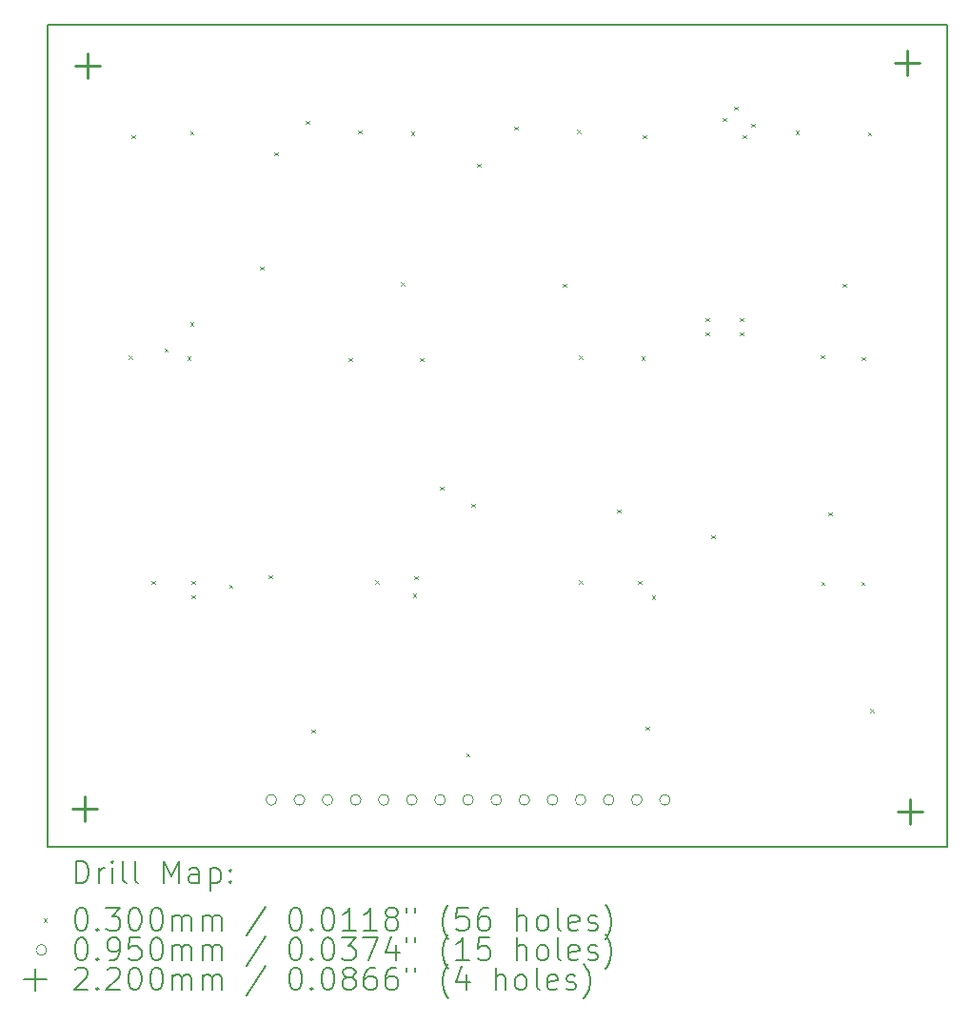
<source format=gbr>
%TF.GenerationSoftware,KiCad,Pcbnew,8.0.1*%
%TF.CreationDate,2024-09-23T21:28:50+02:00*%
%TF.ProjectId,Macro keyboard,4d616372-6f20-46b6-9579-626f6172642e,rev?*%
%TF.SameCoordinates,Original*%
%TF.FileFunction,Drillmap*%
%TF.FilePolarity,Positive*%
%FSLAX45Y45*%
G04 Gerber Fmt 4.5, Leading zero omitted, Abs format (unit mm)*
G04 Created by KiCad (PCBNEW 8.0.1) date 2024-09-23 21:28:50*
%MOMM*%
%LPD*%
G01*
G04 APERTURE LIST*
%ADD10C,0.200000*%
%ADD11C,0.100000*%
%ADD12C,0.220000*%
G04 APERTURE END LIST*
D10*
X18775000Y-3425000D02*
X26775000Y-3425000D01*
X26775000Y-10732600D01*
X18775000Y-10732600D01*
X18775000Y-3425000D01*
D11*
X19494300Y-6362500D02*
X19524300Y-6392500D01*
X19524300Y-6362500D02*
X19494300Y-6392500D01*
X19517600Y-4404600D02*
X19547600Y-4434600D01*
X19547600Y-4404600D02*
X19517600Y-4434600D01*
X19695400Y-8367000D02*
X19725400Y-8397000D01*
X19725400Y-8367000D02*
X19695400Y-8397000D01*
X19810000Y-6300000D02*
X19840000Y-6330000D01*
X19840000Y-6300000D02*
X19810000Y-6330000D01*
X20016000Y-6370000D02*
X20046000Y-6400000D01*
X20046000Y-6370000D02*
X20016000Y-6400000D01*
X20040000Y-6066600D02*
X20070000Y-6096600D01*
X20070000Y-6066600D02*
X20040000Y-6096600D01*
X20041800Y-4370000D02*
X20071800Y-4400000D01*
X20071800Y-4370000D02*
X20041800Y-4400000D01*
X20051000Y-8367000D02*
X20081000Y-8397000D01*
X20081000Y-8367000D02*
X20051000Y-8397000D01*
X20051000Y-8494000D02*
X20081000Y-8524000D01*
X20081000Y-8494000D02*
X20051000Y-8524000D01*
X20386900Y-8398100D02*
X20416900Y-8428100D01*
X20416900Y-8398100D02*
X20386900Y-8428100D01*
X20660600Y-5573000D02*
X20690600Y-5603000D01*
X20690600Y-5573000D02*
X20660600Y-5603000D01*
X20736800Y-8316200D02*
X20766800Y-8346200D01*
X20766800Y-8316200D02*
X20736800Y-8346200D01*
X20787600Y-4557000D02*
X20817600Y-4587000D01*
X20817600Y-4557000D02*
X20787600Y-4587000D01*
X21067000Y-4277600D02*
X21097000Y-4307600D01*
X21097000Y-4277600D02*
X21067000Y-4307600D01*
X21117800Y-9687800D02*
X21147800Y-9717800D01*
X21147800Y-9687800D02*
X21117800Y-9717800D01*
X21448000Y-6385800D02*
X21478000Y-6415800D01*
X21478000Y-6385800D02*
X21448000Y-6415800D01*
X21532900Y-4362500D02*
X21562900Y-4392500D01*
X21562900Y-4362500D02*
X21532900Y-4392500D01*
X21685000Y-8360000D02*
X21715000Y-8390000D01*
X21715000Y-8360000D02*
X21685000Y-8390000D01*
X21915000Y-5710000D02*
X21945000Y-5740000D01*
X21945000Y-5710000D02*
X21915000Y-5740000D01*
X22002600Y-4375000D02*
X22032600Y-4405000D01*
X22032600Y-4375000D02*
X22002600Y-4405000D01*
X22019500Y-8481300D02*
X22049500Y-8511300D01*
X22049500Y-8481300D02*
X22019500Y-8511300D01*
X22035000Y-8325000D02*
X22065000Y-8355000D01*
X22065000Y-8325000D02*
X22035000Y-8355000D01*
X22083000Y-6385800D02*
X22113000Y-6415800D01*
X22113000Y-6385800D02*
X22083000Y-6415800D01*
X22260800Y-7528800D02*
X22290800Y-7558800D01*
X22290800Y-7528800D02*
X22260800Y-7558800D01*
X22497400Y-9899000D02*
X22527400Y-9929000D01*
X22527400Y-9899000D02*
X22497400Y-9929000D01*
X22540200Y-7681200D02*
X22570200Y-7711200D01*
X22570200Y-7681200D02*
X22540200Y-7711200D01*
X22591000Y-4658600D02*
X22621000Y-4688600D01*
X22621000Y-4658600D02*
X22591000Y-4688600D01*
X22921200Y-4328400D02*
X22951200Y-4358400D01*
X22951200Y-4328400D02*
X22921200Y-4358400D01*
X23353000Y-5725400D02*
X23383000Y-5755400D01*
X23383000Y-5725400D02*
X23353000Y-5755400D01*
X23483700Y-4357500D02*
X23513700Y-4387500D01*
X23513700Y-4357500D02*
X23483700Y-4387500D01*
X23500000Y-6365000D02*
X23530000Y-6395000D01*
X23530000Y-6365000D02*
X23500000Y-6395000D01*
X23500000Y-8360000D02*
X23530000Y-8390000D01*
X23530000Y-8360000D02*
X23500000Y-8390000D01*
X23835600Y-7732000D02*
X23865600Y-7762000D01*
X23865600Y-7732000D02*
X23835600Y-7762000D01*
X24025000Y-8365000D02*
X24055000Y-8395000D01*
X24055000Y-8365000D02*
X24025000Y-8395000D01*
X24055000Y-6370000D02*
X24085000Y-6400000D01*
X24085000Y-6370000D02*
X24055000Y-6400000D01*
X24064200Y-4404600D02*
X24094200Y-4434600D01*
X24094200Y-4404600D02*
X24064200Y-4434600D01*
X24089600Y-9662400D02*
X24119600Y-9692400D01*
X24119600Y-9662400D02*
X24089600Y-9692400D01*
X24145000Y-8495000D02*
X24175000Y-8525000D01*
X24175000Y-8495000D02*
X24145000Y-8525000D01*
X24623000Y-6030200D02*
X24653000Y-6060200D01*
X24653000Y-6030200D02*
X24623000Y-6060200D01*
X24623000Y-6157200D02*
X24653000Y-6187200D01*
X24653000Y-6157200D02*
X24623000Y-6187200D01*
X24673800Y-7960600D02*
X24703800Y-7990600D01*
X24703800Y-7960600D02*
X24673800Y-7990600D01*
X24775400Y-4252200D02*
X24805400Y-4282200D01*
X24805400Y-4252200D02*
X24775400Y-4282200D01*
X24877000Y-4150600D02*
X24907000Y-4180600D01*
X24907000Y-4150600D02*
X24877000Y-4180600D01*
X24927800Y-6030200D02*
X24957800Y-6060200D01*
X24957800Y-6030200D02*
X24927800Y-6060200D01*
X24927800Y-6157200D02*
X24957800Y-6187200D01*
X24957800Y-6157200D02*
X24927800Y-6187200D01*
X24953200Y-4404600D02*
X24983200Y-4434600D01*
X24983200Y-4404600D02*
X24953200Y-4434600D01*
X25029400Y-4303000D02*
X25059400Y-4333000D01*
X25059400Y-4303000D02*
X25029400Y-4333000D01*
X25424600Y-4365000D02*
X25454600Y-4395000D01*
X25454600Y-4365000D02*
X25424600Y-4395000D01*
X25650000Y-6360000D02*
X25680000Y-6390000D01*
X25680000Y-6360000D02*
X25650000Y-6390000D01*
X25655000Y-8375000D02*
X25685000Y-8405000D01*
X25685000Y-8375000D02*
X25655000Y-8405000D01*
X25715200Y-7757400D02*
X25745200Y-7787400D01*
X25745200Y-7757400D02*
X25715200Y-7787400D01*
X25842200Y-5725400D02*
X25872200Y-5755400D01*
X25872200Y-5725400D02*
X25842200Y-5755400D01*
X26010000Y-8375000D02*
X26040000Y-8405000D01*
X26040000Y-8375000D02*
X26010000Y-8405000D01*
X26015000Y-6375000D02*
X26045000Y-6405000D01*
X26045000Y-6375000D02*
X26015000Y-6405000D01*
X26070000Y-4380000D02*
X26100000Y-4410000D01*
X26100000Y-4380000D02*
X26070000Y-4410000D01*
X26087500Y-9505000D02*
X26117500Y-9535000D01*
X26117500Y-9505000D02*
X26087500Y-9535000D01*
X20809900Y-10312400D02*
G75*
G02*
X20714900Y-10312400I-47500J0D01*
G01*
X20714900Y-10312400D02*
G75*
G02*
X20809900Y-10312400I47500J0D01*
G01*
X21059900Y-10312400D02*
G75*
G02*
X20964900Y-10312400I-47500J0D01*
G01*
X20964900Y-10312400D02*
G75*
G02*
X21059900Y-10312400I47500J0D01*
G01*
X21309900Y-10312400D02*
G75*
G02*
X21214900Y-10312400I-47500J0D01*
G01*
X21214900Y-10312400D02*
G75*
G02*
X21309900Y-10312400I47500J0D01*
G01*
X21559900Y-10312400D02*
G75*
G02*
X21464900Y-10312400I-47500J0D01*
G01*
X21464900Y-10312400D02*
G75*
G02*
X21559900Y-10312400I47500J0D01*
G01*
X21809900Y-10312400D02*
G75*
G02*
X21714900Y-10312400I-47500J0D01*
G01*
X21714900Y-10312400D02*
G75*
G02*
X21809900Y-10312400I47500J0D01*
G01*
X22059900Y-10312400D02*
G75*
G02*
X21964900Y-10312400I-47500J0D01*
G01*
X21964900Y-10312400D02*
G75*
G02*
X22059900Y-10312400I47500J0D01*
G01*
X22309900Y-10312400D02*
G75*
G02*
X22214900Y-10312400I-47500J0D01*
G01*
X22214900Y-10312400D02*
G75*
G02*
X22309900Y-10312400I47500J0D01*
G01*
X22559900Y-10312400D02*
G75*
G02*
X22464900Y-10312400I-47500J0D01*
G01*
X22464900Y-10312400D02*
G75*
G02*
X22559900Y-10312400I47500J0D01*
G01*
X22809900Y-10312400D02*
G75*
G02*
X22714900Y-10312400I-47500J0D01*
G01*
X22714900Y-10312400D02*
G75*
G02*
X22809900Y-10312400I47500J0D01*
G01*
X23059900Y-10312400D02*
G75*
G02*
X22964900Y-10312400I-47500J0D01*
G01*
X22964900Y-10312400D02*
G75*
G02*
X23059900Y-10312400I47500J0D01*
G01*
X23309900Y-10312400D02*
G75*
G02*
X23214900Y-10312400I-47500J0D01*
G01*
X23214900Y-10312400D02*
G75*
G02*
X23309900Y-10312400I47500J0D01*
G01*
X23559900Y-10312400D02*
G75*
G02*
X23464900Y-10312400I-47500J0D01*
G01*
X23464900Y-10312400D02*
G75*
G02*
X23559900Y-10312400I47500J0D01*
G01*
X23809900Y-10312400D02*
G75*
G02*
X23714900Y-10312400I-47500J0D01*
G01*
X23714900Y-10312400D02*
G75*
G02*
X23809900Y-10312400I47500J0D01*
G01*
X24059900Y-10312400D02*
G75*
G02*
X23964900Y-10312400I-47500J0D01*
G01*
X23964900Y-10312400D02*
G75*
G02*
X24059900Y-10312400I47500J0D01*
G01*
X24309900Y-10312400D02*
G75*
G02*
X24214900Y-10312400I-47500J0D01*
G01*
X24214900Y-10312400D02*
G75*
G02*
X24309900Y-10312400I47500J0D01*
G01*
D12*
X19100800Y-10278600D02*
X19100800Y-10498600D01*
X18990800Y-10388600D02*
X19210800Y-10388600D01*
X19126200Y-3674600D02*
X19126200Y-3894600D01*
X19016200Y-3784600D02*
X19236200Y-3784600D01*
X26416000Y-3649200D02*
X26416000Y-3869200D01*
X26306000Y-3759200D02*
X26526000Y-3759200D01*
X26441400Y-10304000D02*
X26441400Y-10524000D01*
X26331400Y-10414000D02*
X26551400Y-10414000D01*
D10*
X19025777Y-11054084D02*
X19025777Y-10854084D01*
X19025777Y-10854084D02*
X19073396Y-10854084D01*
X19073396Y-10854084D02*
X19101967Y-10863608D01*
X19101967Y-10863608D02*
X19121015Y-10882655D01*
X19121015Y-10882655D02*
X19130539Y-10901703D01*
X19130539Y-10901703D02*
X19140063Y-10939798D01*
X19140063Y-10939798D02*
X19140063Y-10968370D01*
X19140063Y-10968370D02*
X19130539Y-11006465D01*
X19130539Y-11006465D02*
X19121015Y-11025512D01*
X19121015Y-11025512D02*
X19101967Y-11044560D01*
X19101967Y-11044560D02*
X19073396Y-11054084D01*
X19073396Y-11054084D02*
X19025777Y-11054084D01*
X19225777Y-11054084D02*
X19225777Y-10920750D01*
X19225777Y-10958846D02*
X19235301Y-10939798D01*
X19235301Y-10939798D02*
X19244824Y-10930274D01*
X19244824Y-10930274D02*
X19263872Y-10920750D01*
X19263872Y-10920750D02*
X19282920Y-10920750D01*
X19349586Y-11054084D02*
X19349586Y-10920750D01*
X19349586Y-10854084D02*
X19340063Y-10863608D01*
X19340063Y-10863608D02*
X19349586Y-10873131D01*
X19349586Y-10873131D02*
X19359110Y-10863608D01*
X19359110Y-10863608D02*
X19349586Y-10854084D01*
X19349586Y-10854084D02*
X19349586Y-10873131D01*
X19473396Y-11054084D02*
X19454348Y-11044560D01*
X19454348Y-11044560D02*
X19444824Y-11025512D01*
X19444824Y-11025512D02*
X19444824Y-10854084D01*
X19578158Y-11054084D02*
X19559110Y-11044560D01*
X19559110Y-11044560D02*
X19549586Y-11025512D01*
X19549586Y-11025512D02*
X19549586Y-10854084D01*
X19806729Y-11054084D02*
X19806729Y-10854084D01*
X19806729Y-10854084D02*
X19873396Y-10996941D01*
X19873396Y-10996941D02*
X19940063Y-10854084D01*
X19940063Y-10854084D02*
X19940063Y-11054084D01*
X20121015Y-11054084D02*
X20121015Y-10949322D01*
X20121015Y-10949322D02*
X20111491Y-10930274D01*
X20111491Y-10930274D02*
X20092444Y-10920750D01*
X20092444Y-10920750D02*
X20054348Y-10920750D01*
X20054348Y-10920750D02*
X20035301Y-10930274D01*
X20121015Y-11044560D02*
X20101967Y-11054084D01*
X20101967Y-11054084D02*
X20054348Y-11054084D01*
X20054348Y-11054084D02*
X20035301Y-11044560D01*
X20035301Y-11044560D02*
X20025777Y-11025512D01*
X20025777Y-11025512D02*
X20025777Y-11006465D01*
X20025777Y-11006465D02*
X20035301Y-10987417D01*
X20035301Y-10987417D02*
X20054348Y-10977893D01*
X20054348Y-10977893D02*
X20101967Y-10977893D01*
X20101967Y-10977893D02*
X20121015Y-10968370D01*
X20216253Y-10920750D02*
X20216253Y-11120750D01*
X20216253Y-10930274D02*
X20235301Y-10920750D01*
X20235301Y-10920750D02*
X20273396Y-10920750D01*
X20273396Y-10920750D02*
X20292444Y-10930274D01*
X20292444Y-10930274D02*
X20301967Y-10939798D01*
X20301967Y-10939798D02*
X20311491Y-10958846D01*
X20311491Y-10958846D02*
X20311491Y-11015989D01*
X20311491Y-11015989D02*
X20301967Y-11035036D01*
X20301967Y-11035036D02*
X20292444Y-11044560D01*
X20292444Y-11044560D02*
X20273396Y-11054084D01*
X20273396Y-11054084D02*
X20235301Y-11054084D01*
X20235301Y-11054084D02*
X20216253Y-11044560D01*
X20397205Y-11035036D02*
X20406729Y-11044560D01*
X20406729Y-11044560D02*
X20397205Y-11054084D01*
X20397205Y-11054084D02*
X20387682Y-11044560D01*
X20387682Y-11044560D02*
X20397205Y-11035036D01*
X20397205Y-11035036D02*
X20397205Y-11054084D01*
X20397205Y-10930274D02*
X20406729Y-10939798D01*
X20406729Y-10939798D02*
X20397205Y-10949322D01*
X20397205Y-10949322D02*
X20387682Y-10939798D01*
X20387682Y-10939798D02*
X20397205Y-10930274D01*
X20397205Y-10930274D02*
X20397205Y-10949322D01*
D11*
X18735000Y-11367600D02*
X18765000Y-11397600D01*
X18765000Y-11367600D02*
X18735000Y-11397600D01*
D10*
X19063872Y-11274084D02*
X19082920Y-11274084D01*
X19082920Y-11274084D02*
X19101967Y-11283608D01*
X19101967Y-11283608D02*
X19111491Y-11293131D01*
X19111491Y-11293131D02*
X19121015Y-11312179D01*
X19121015Y-11312179D02*
X19130539Y-11350274D01*
X19130539Y-11350274D02*
X19130539Y-11397893D01*
X19130539Y-11397893D02*
X19121015Y-11435988D01*
X19121015Y-11435988D02*
X19111491Y-11455036D01*
X19111491Y-11455036D02*
X19101967Y-11464560D01*
X19101967Y-11464560D02*
X19082920Y-11474084D01*
X19082920Y-11474084D02*
X19063872Y-11474084D01*
X19063872Y-11474084D02*
X19044824Y-11464560D01*
X19044824Y-11464560D02*
X19035301Y-11455036D01*
X19035301Y-11455036D02*
X19025777Y-11435988D01*
X19025777Y-11435988D02*
X19016253Y-11397893D01*
X19016253Y-11397893D02*
X19016253Y-11350274D01*
X19016253Y-11350274D02*
X19025777Y-11312179D01*
X19025777Y-11312179D02*
X19035301Y-11293131D01*
X19035301Y-11293131D02*
X19044824Y-11283608D01*
X19044824Y-11283608D02*
X19063872Y-11274084D01*
X19216253Y-11455036D02*
X19225777Y-11464560D01*
X19225777Y-11464560D02*
X19216253Y-11474084D01*
X19216253Y-11474084D02*
X19206729Y-11464560D01*
X19206729Y-11464560D02*
X19216253Y-11455036D01*
X19216253Y-11455036D02*
X19216253Y-11474084D01*
X19292444Y-11274084D02*
X19416253Y-11274084D01*
X19416253Y-11274084D02*
X19349586Y-11350274D01*
X19349586Y-11350274D02*
X19378158Y-11350274D01*
X19378158Y-11350274D02*
X19397205Y-11359798D01*
X19397205Y-11359798D02*
X19406729Y-11369322D01*
X19406729Y-11369322D02*
X19416253Y-11388369D01*
X19416253Y-11388369D02*
X19416253Y-11435988D01*
X19416253Y-11435988D02*
X19406729Y-11455036D01*
X19406729Y-11455036D02*
X19397205Y-11464560D01*
X19397205Y-11464560D02*
X19378158Y-11474084D01*
X19378158Y-11474084D02*
X19321015Y-11474084D01*
X19321015Y-11474084D02*
X19301967Y-11464560D01*
X19301967Y-11464560D02*
X19292444Y-11455036D01*
X19540063Y-11274084D02*
X19559110Y-11274084D01*
X19559110Y-11274084D02*
X19578158Y-11283608D01*
X19578158Y-11283608D02*
X19587682Y-11293131D01*
X19587682Y-11293131D02*
X19597205Y-11312179D01*
X19597205Y-11312179D02*
X19606729Y-11350274D01*
X19606729Y-11350274D02*
X19606729Y-11397893D01*
X19606729Y-11397893D02*
X19597205Y-11435988D01*
X19597205Y-11435988D02*
X19587682Y-11455036D01*
X19587682Y-11455036D02*
X19578158Y-11464560D01*
X19578158Y-11464560D02*
X19559110Y-11474084D01*
X19559110Y-11474084D02*
X19540063Y-11474084D01*
X19540063Y-11474084D02*
X19521015Y-11464560D01*
X19521015Y-11464560D02*
X19511491Y-11455036D01*
X19511491Y-11455036D02*
X19501967Y-11435988D01*
X19501967Y-11435988D02*
X19492444Y-11397893D01*
X19492444Y-11397893D02*
X19492444Y-11350274D01*
X19492444Y-11350274D02*
X19501967Y-11312179D01*
X19501967Y-11312179D02*
X19511491Y-11293131D01*
X19511491Y-11293131D02*
X19521015Y-11283608D01*
X19521015Y-11283608D02*
X19540063Y-11274084D01*
X19730539Y-11274084D02*
X19749586Y-11274084D01*
X19749586Y-11274084D02*
X19768634Y-11283608D01*
X19768634Y-11283608D02*
X19778158Y-11293131D01*
X19778158Y-11293131D02*
X19787682Y-11312179D01*
X19787682Y-11312179D02*
X19797205Y-11350274D01*
X19797205Y-11350274D02*
X19797205Y-11397893D01*
X19797205Y-11397893D02*
X19787682Y-11435988D01*
X19787682Y-11435988D02*
X19778158Y-11455036D01*
X19778158Y-11455036D02*
X19768634Y-11464560D01*
X19768634Y-11464560D02*
X19749586Y-11474084D01*
X19749586Y-11474084D02*
X19730539Y-11474084D01*
X19730539Y-11474084D02*
X19711491Y-11464560D01*
X19711491Y-11464560D02*
X19701967Y-11455036D01*
X19701967Y-11455036D02*
X19692444Y-11435988D01*
X19692444Y-11435988D02*
X19682920Y-11397893D01*
X19682920Y-11397893D02*
X19682920Y-11350274D01*
X19682920Y-11350274D02*
X19692444Y-11312179D01*
X19692444Y-11312179D02*
X19701967Y-11293131D01*
X19701967Y-11293131D02*
X19711491Y-11283608D01*
X19711491Y-11283608D02*
X19730539Y-11274084D01*
X19882920Y-11474084D02*
X19882920Y-11340750D01*
X19882920Y-11359798D02*
X19892444Y-11350274D01*
X19892444Y-11350274D02*
X19911491Y-11340750D01*
X19911491Y-11340750D02*
X19940063Y-11340750D01*
X19940063Y-11340750D02*
X19959110Y-11350274D01*
X19959110Y-11350274D02*
X19968634Y-11369322D01*
X19968634Y-11369322D02*
X19968634Y-11474084D01*
X19968634Y-11369322D02*
X19978158Y-11350274D01*
X19978158Y-11350274D02*
X19997205Y-11340750D01*
X19997205Y-11340750D02*
X20025777Y-11340750D01*
X20025777Y-11340750D02*
X20044825Y-11350274D01*
X20044825Y-11350274D02*
X20054348Y-11369322D01*
X20054348Y-11369322D02*
X20054348Y-11474084D01*
X20149586Y-11474084D02*
X20149586Y-11340750D01*
X20149586Y-11359798D02*
X20159110Y-11350274D01*
X20159110Y-11350274D02*
X20178158Y-11340750D01*
X20178158Y-11340750D02*
X20206729Y-11340750D01*
X20206729Y-11340750D02*
X20225777Y-11350274D01*
X20225777Y-11350274D02*
X20235301Y-11369322D01*
X20235301Y-11369322D02*
X20235301Y-11474084D01*
X20235301Y-11369322D02*
X20244825Y-11350274D01*
X20244825Y-11350274D02*
X20263872Y-11340750D01*
X20263872Y-11340750D02*
X20292444Y-11340750D01*
X20292444Y-11340750D02*
X20311491Y-11350274D01*
X20311491Y-11350274D02*
X20321015Y-11369322D01*
X20321015Y-11369322D02*
X20321015Y-11474084D01*
X20711491Y-11264560D02*
X20540063Y-11521703D01*
X20968634Y-11274084D02*
X20987682Y-11274084D01*
X20987682Y-11274084D02*
X21006729Y-11283608D01*
X21006729Y-11283608D02*
X21016253Y-11293131D01*
X21016253Y-11293131D02*
X21025777Y-11312179D01*
X21025777Y-11312179D02*
X21035301Y-11350274D01*
X21035301Y-11350274D02*
X21035301Y-11397893D01*
X21035301Y-11397893D02*
X21025777Y-11435988D01*
X21025777Y-11435988D02*
X21016253Y-11455036D01*
X21016253Y-11455036D02*
X21006729Y-11464560D01*
X21006729Y-11464560D02*
X20987682Y-11474084D01*
X20987682Y-11474084D02*
X20968634Y-11474084D01*
X20968634Y-11474084D02*
X20949587Y-11464560D01*
X20949587Y-11464560D02*
X20940063Y-11455036D01*
X20940063Y-11455036D02*
X20930539Y-11435988D01*
X20930539Y-11435988D02*
X20921015Y-11397893D01*
X20921015Y-11397893D02*
X20921015Y-11350274D01*
X20921015Y-11350274D02*
X20930539Y-11312179D01*
X20930539Y-11312179D02*
X20940063Y-11293131D01*
X20940063Y-11293131D02*
X20949587Y-11283608D01*
X20949587Y-11283608D02*
X20968634Y-11274084D01*
X21121015Y-11455036D02*
X21130539Y-11464560D01*
X21130539Y-11464560D02*
X21121015Y-11474084D01*
X21121015Y-11474084D02*
X21111491Y-11464560D01*
X21111491Y-11464560D02*
X21121015Y-11455036D01*
X21121015Y-11455036D02*
X21121015Y-11474084D01*
X21254348Y-11274084D02*
X21273396Y-11274084D01*
X21273396Y-11274084D02*
X21292444Y-11283608D01*
X21292444Y-11283608D02*
X21301968Y-11293131D01*
X21301968Y-11293131D02*
X21311491Y-11312179D01*
X21311491Y-11312179D02*
X21321015Y-11350274D01*
X21321015Y-11350274D02*
X21321015Y-11397893D01*
X21321015Y-11397893D02*
X21311491Y-11435988D01*
X21311491Y-11435988D02*
X21301968Y-11455036D01*
X21301968Y-11455036D02*
X21292444Y-11464560D01*
X21292444Y-11464560D02*
X21273396Y-11474084D01*
X21273396Y-11474084D02*
X21254348Y-11474084D01*
X21254348Y-11474084D02*
X21235301Y-11464560D01*
X21235301Y-11464560D02*
X21225777Y-11455036D01*
X21225777Y-11455036D02*
X21216253Y-11435988D01*
X21216253Y-11435988D02*
X21206729Y-11397893D01*
X21206729Y-11397893D02*
X21206729Y-11350274D01*
X21206729Y-11350274D02*
X21216253Y-11312179D01*
X21216253Y-11312179D02*
X21225777Y-11293131D01*
X21225777Y-11293131D02*
X21235301Y-11283608D01*
X21235301Y-11283608D02*
X21254348Y-11274084D01*
X21511491Y-11474084D02*
X21397206Y-11474084D01*
X21454348Y-11474084D02*
X21454348Y-11274084D01*
X21454348Y-11274084D02*
X21435301Y-11302655D01*
X21435301Y-11302655D02*
X21416253Y-11321703D01*
X21416253Y-11321703D02*
X21397206Y-11331227D01*
X21701968Y-11474084D02*
X21587682Y-11474084D01*
X21644825Y-11474084D02*
X21644825Y-11274084D01*
X21644825Y-11274084D02*
X21625777Y-11302655D01*
X21625777Y-11302655D02*
X21606729Y-11321703D01*
X21606729Y-11321703D02*
X21587682Y-11331227D01*
X21816253Y-11359798D02*
X21797206Y-11350274D01*
X21797206Y-11350274D02*
X21787682Y-11340750D01*
X21787682Y-11340750D02*
X21778158Y-11321703D01*
X21778158Y-11321703D02*
X21778158Y-11312179D01*
X21778158Y-11312179D02*
X21787682Y-11293131D01*
X21787682Y-11293131D02*
X21797206Y-11283608D01*
X21797206Y-11283608D02*
X21816253Y-11274084D01*
X21816253Y-11274084D02*
X21854349Y-11274084D01*
X21854349Y-11274084D02*
X21873396Y-11283608D01*
X21873396Y-11283608D02*
X21882920Y-11293131D01*
X21882920Y-11293131D02*
X21892444Y-11312179D01*
X21892444Y-11312179D02*
X21892444Y-11321703D01*
X21892444Y-11321703D02*
X21882920Y-11340750D01*
X21882920Y-11340750D02*
X21873396Y-11350274D01*
X21873396Y-11350274D02*
X21854349Y-11359798D01*
X21854349Y-11359798D02*
X21816253Y-11359798D01*
X21816253Y-11359798D02*
X21797206Y-11369322D01*
X21797206Y-11369322D02*
X21787682Y-11378846D01*
X21787682Y-11378846D02*
X21778158Y-11397893D01*
X21778158Y-11397893D02*
X21778158Y-11435988D01*
X21778158Y-11435988D02*
X21787682Y-11455036D01*
X21787682Y-11455036D02*
X21797206Y-11464560D01*
X21797206Y-11464560D02*
X21816253Y-11474084D01*
X21816253Y-11474084D02*
X21854349Y-11474084D01*
X21854349Y-11474084D02*
X21873396Y-11464560D01*
X21873396Y-11464560D02*
X21882920Y-11455036D01*
X21882920Y-11455036D02*
X21892444Y-11435988D01*
X21892444Y-11435988D02*
X21892444Y-11397893D01*
X21892444Y-11397893D02*
X21882920Y-11378846D01*
X21882920Y-11378846D02*
X21873396Y-11369322D01*
X21873396Y-11369322D02*
X21854349Y-11359798D01*
X21968634Y-11274084D02*
X21968634Y-11312179D01*
X22044825Y-11274084D02*
X22044825Y-11312179D01*
X22340063Y-11550274D02*
X22330539Y-11540750D01*
X22330539Y-11540750D02*
X22311491Y-11512179D01*
X22311491Y-11512179D02*
X22301968Y-11493131D01*
X22301968Y-11493131D02*
X22292444Y-11464560D01*
X22292444Y-11464560D02*
X22282920Y-11416941D01*
X22282920Y-11416941D02*
X22282920Y-11378846D01*
X22282920Y-11378846D02*
X22292444Y-11331227D01*
X22292444Y-11331227D02*
X22301968Y-11302655D01*
X22301968Y-11302655D02*
X22311491Y-11283608D01*
X22311491Y-11283608D02*
X22330539Y-11255036D01*
X22330539Y-11255036D02*
X22340063Y-11245512D01*
X22511491Y-11274084D02*
X22416253Y-11274084D01*
X22416253Y-11274084D02*
X22406729Y-11369322D01*
X22406729Y-11369322D02*
X22416253Y-11359798D01*
X22416253Y-11359798D02*
X22435301Y-11350274D01*
X22435301Y-11350274D02*
X22482920Y-11350274D01*
X22482920Y-11350274D02*
X22501968Y-11359798D01*
X22501968Y-11359798D02*
X22511491Y-11369322D01*
X22511491Y-11369322D02*
X22521015Y-11388369D01*
X22521015Y-11388369D02*
X22521015Y-11435988D01*
X22521015Y-11435988D02*
X22511491Y-11455036D01*
X22511491Y-11455036D02*
X22501968Y-11464560D01*
X22501968Y-11464560D02*
X22482920Y-11474084D01*
X22482920Y-11474084D02*
X22435301Y-11474084D01*
X22435301Y-11474084D02*
X22416253Y-11464560D01*
X22416253Y-11464560D02*
X22406729Y-11455036D01*
X22692444Y-11274084D02*
X22654348Y-11274084D01*
X22654348Y-11274084D02*
X22635301Y-11283608D01*
X22635301Y-11283608D02*
X22625777Y-11293131D01*
X22625777Y-11293131D02*
X22606729Y-11321703D01*
X22606729Y-11321703D02*
X22597206Y-11359798D01*
X22597206Y-11359798D02*
X22597206Y-11435988D01*
X22597206Y-11435988D02*
X22606729Y-11455036D01*
X22606729Y-11455036D02*
X22616253Y-11464560D01*
X22616253Y-11464560D02*
X22635301Y-11474084D01*
X22635301Y-11474084D02*
X22673396Y-11474084D01*
X22673396Y-11474084D02*
X22692444Y-11464560D01*
X22692444Y-11464560D02*
X22701968Y-11455036D01*
X22701968Y-11455036D02*
X22711491Y-11435988D01*
X22711491Y-11435988D02*
X22711491Y-11388369D01*
X22711491Y-11388369D02*
X22701968Y-11369322D01*
X22701968Y-11369322D02*
X22692444Y-11359798D01*
X22692444Y-11359798D02*
X22673396Y-11350274D01*
X22673396Y-11350274D02*
X22635301Y-11350274D01*
X22635301Y-11350274D02*
X22616253Y-11359798D01*
X22616253Y-11359798D02*
X22606729Y-11369322D01*
X22606729Y-11369322D02*
X22597206Y-11388369D01*
X22949587Y-11474084D02*
X22949587Y-11274084D01*
X23035301Y-11474084D02*
X23035301Y-11369322D01*
X23035301Y-11369322D02*
X23025777Y-11350274D01*
X23025777Y-11350274D02*
X23006730Y-11340750D01*
X23006730Y-11340750D02*
X22978158Y-11340750D01*
X22978158Y-11340750D02*
X22959110Y-11350274D01*
X22959110Y-11350274D02*
X22949587Y-11359798D01*
X23159110Y-11474084D02*
X23140063Y-11464560D01*
X23140063Y-11464560D02*
X23130539Y-11455036D01*
X23130539Y-11455036D02*
X23121015Y-11435988D01*
X23121015Y-11435988D02*
X23121015Y-11378846D01*
X23121015Y-11378846D02*
X23130539Y-11359798D01*
X23130539Y-11359798D02*
X23140063Y-11350274D01*
X23140063Y-11350274D02*
X23159110Y-11340750D01*
X23159110Y-11340750D02*
X23187682Y-11340750D01*
X23187682Y-11340750D02*
X23206730Y-11350274D01*
X23206730Y-11350274D02*
X23216253Y-11359798D01*
X23216253Y-11359798D02*
X23225777Y-11378846D01*
X23225777Y-11378846D02*
X23225777Y-11435988D01*
X23225777Y-11435988D02*
X23216253Y-11455036D01*
X23216253Y-11455036D02*
X23206730Y-11464560D01*
X23206730Y-11464560D02*
X23187682Y-11474084D01*
X23187682Y-11474084D02*
X23159110Y-11474084D01*
X23340063Y-11474084D02*
X23321015Y-11464560D01*
X23321015Y-11464560D02*
X23311491Y-11445512D01*
X23311491Y-11445512D02*
X23311491Y-11274084D01*
X23492444Y-11464560D02*
X23473396Y-11474084D01*
X23473396Y-11474084D02*
X23435301Y-11474084D01*
X23435301Y-11474084D02*
X23416253Y-11464560D01*
X23416253Y-11464560D02*
X23406730Y-11445512D01*
X23406730Y-11445512D02*
X23406730Y-11369322D01*
X23406730Y-11369322D02*
X23416253Y-11350274D01*
X23416253Y-11350274D02*
X23435301Y-11340750D01*
X23435301Y-11340750D02*
X23473396Y-11340750D01*
X23473396Y-11340750D02*
X23492444Y-11350274D01*
X23492444Y-11350274D02*
X23501968Y-11369322D01*
X23501968Y-11369322D02*
X23501968Y-11388369D01*
X23501968Y-11388369D02*
X23406730Y-11407417D01*
X23578158Y-11464560D02*
X23597206Y-11474084D01*
X23597206Y-11474084D02*
X23635301Y-11474084D01*
X23635301Y-11474084D02*
X23654349Y-11464560D01*
X23654349Y-11464560D02*
X23663872Y-11445512D01*
X23663872Y-11445512D02*
X23663872Y-11435988D01*
X23663872Y-11435988D02*
X23654349Y-11416941D01*
X23654349Y-11416941D02*
X23635301Y-11407417D01*
X23635301Y-11407417D02*
X23606730Y-11407417D01*
X23606730Y-11407417D02*
X23587682Y-11397893D01*
X23587682Y-11397893D02*
X23578158Y-11378846D01*
X23578158Y-11378846D02*
X23578158Y-11369322D01*
X23578158Y-11369322D02*
X23587682Y-11350274D01*
X23587682Y-11350274D02*
X23606730Y-11340750D01*
X23606730Y-11340750D02*
X23635301Y-11340750D01*
X23635301Y-11340750D02*
X23654349Y-11350274D01*
X23730539Y-11550274D02*
X23740063Y-11540750D01*
X23740063Y-11540750D02*
X23759111Y-11512179D01*
X23759111Y-11512179D02*
X23768634Y-11493131D01*
X23768634Y-11493131D02*
X23778158Y-11464560D01*
X23778158Y-11464560D02*
X23787682Y-11416941D01*
X23787682Y-11416941D02*
X23787682Y-11378846D01*
X23787682Y-11378846D02*
X23778158Y-11331227D01*
X23778158Y-11331227D02*
X23768634Y-11302655D01*
X23768634Y-11302655D02*
X23759111Y-11283608D01*
X23759111Y-11283608D02*
X23740063Y-11255036D01*
X23740063Y-11255036D02*
X23730539Y-11245512D01*
D11*
X18765000Y-11646600D02*
G75*
G02*
X18670000Y-11646600I-47500J0D01*
G01*
X18670000Y-11646600D02*
G75*
G02*
X18765000Y-11646600I47500J0D01*
G01*
D10*
X19063872Y-11538084D02*
X19082920Y-11538084D01*
X19082920Y-11538084D02*
X19101967Y-11547608D01*
X19101967Y-11547608D02*
X19111491Y-11557131D01*
X19111491Y-11557131D02*
X19121015Y-11576179D01*
X19121015Y-11576179D02*
X19130539Y-11614274D01*
X19130539Y-11614274D02*
X19130539Y-11661893D01*
X19130539Y-11661893D02*
X19121015Y-11699988D01*
X19121015Y-11699988D02*
X19111491Y-11719036D01*
X19111491Y-11719036D02*
X19101967Y-11728560D01*
X19101967Y-11728560D02*
X19082920Y-11738084D01*
X19082920Y-11738084D02*
X19063872Y-11738084D01*
X19063872Y-11738084D02*
X19044824Y-11728560D01*
X19044824Y-11728560D02*
X19035301Y-11719036D01*
X19035301Y-11719036D02*
X19025777Y-11699988D01*
X19025777Y-11699988D02*
X19016253Y-11661893D01*
X19016253Y-11661893D02*
X19016253Y-11614274D01*
X19016253Y-11614274D02*
X19025777Y-11576179D01*
X19025777Y-11576179D02*
X19035301Y-11557131D01*
X19035301Y-11557131D02*
X19044824Y-11547608D01*
X19044824Y-11547608D02*
X19063872Y-11538084D01*
X19216253Y-11719036D02*
X19225777Y-11728560D01*
X19225777Y-11728560D02*
X19216253Y-11738084D01*
X19216253Y-11738084D02*
X19206729Y-11728560D01*
X19206729Y-11728560D02*
X19216253Y-11719036D01*
X19216253Y-11719036D02*
X19216253Y-11738084D01*
X19321015Y-11738084D02*
X19359110Y-11738084D01*
X19359110Y-11738084D02*
X19378158Y-11728560D01*
X19378158Y-11728560D02*
X19387682Y-11719036D01*
X19387682Y-11719036D02*
X19406729Y-11690465D01*
X19406729Y-11690465D02*
X19416253Y-11652369D01*
X19416253Y-11652369D02*
X19416253Y-11576179D01*
X19416253Y-11576179D02*
X19406729Y-11557131D01*
X19406729Y-11557131D02*
X19397205Y-11547608D01*
X19397205Y-11547608D02*
X19378158Y-11538084D01*
X19378158Y-11538084D02*
X19340063Y-11538084D01*
X19340063Y-11538084D02*
X19321015Y-11547608D01*
X19321015Y-11547608D02*
X19311491Y-11557131D01*
X19311491Y-11557131D02*
X19301967Y-11576179D01*
X19301967Y-11576179D02*
X19301967Y-11623798D01*
X19301967Y-11623798D02*
X19311491Y-11642846D01*
X19311491Y-11642846D02*
X19321015Y-11652369D01*
X19321015Y-11652369D02*
X19340063Y-11661893D01*
X19340063Y-11661893D02*
X19378158Y-11661893D01*
X19378158Y-11661893D02*
X19397205Y-11652369D01*
X19397205Y-11652369D02*
X19406729Y-11642846D01*
X19406729Y-11642846D02*
X19416253Y-11623798D01*
X19597205Y-11538084D02*
X19501967Y-11538084D01*
X19501967Y-11538084D02*
X19492444Y-11633322D01*
X19492444Y-11633322D02*
X19501967Y-11623798D01*
X19501967Y-11623798D02*
X19521015Y-11614274D01*
X19521015Y-11614274D02*
X19568634Y-11614274D01*
X19568634Y-11614274D02*
X19587682Y-11623798D01*
X19587682Y-11623798D02*
X19597205Y-11633322D01*
X19597205Y-11633322D02*
X19606729Y-11652369D01*
X19606729Y-11652369D02*
X19606729Y-11699988D01*
X19606729Y-11699988D02*
X19597205Y-11719036D01*
X19597205Y-11719036D02*
X19587682Y-11728560D01*
X19587682Y-11728560D02*
X19568634Y-11738084D01*
X19568634Y-11738084D02*
X19521015Y-11738084D01*
X19521015Y-11738084D02*
X19501967Y-11728560D01*
X19501967Y-11728560D02*
X19492444Y-11719036D01*
X19730539Y-11538084D02*
X19749586Y-11538084D01*
X19749586Y-11538084D02*
X19768634Y-11547608D01*
X19768634Y-11547608D02*
X19778158Y-11557131D01*
X19778158Y-11557131D02*
X19787682Y-11576179D01*
X19787682Y-11576179D02*
X19797205Y-11614274D01*
X19797205Y-11614274D02*
X19797205Y-11661893D01*
X19797205Y-11661893D02*
X19787682Y-11699988D01*
X19787682Y-11699988D02*
X19778158Y-11719036D01*
X19778158Y-11719036D02*
X19768634Y-11728560D01*
X19768634Y-11728560D02*
X19749586Y-11738084D01*
X19749586Y-11738084D02*
X19730539Y-11738084D01*
X19730539Y-11738084D02*
X19711491Y-11728560D01*
X19711491Y-11728560D02*
X19701967Y-11719036D01*
X19701967Y-11719036D02*
X19692444Y-11699988D01*
X19692444Y-11699988D02*
X19682920Y-11661893D01*
X19682920Y-11661893D02*
X19682920Y-11614274D01*
X19682920Y-11614274D02*
X19692444Y-11576179D01*
X19692444Y-11576179D02*
X19701967Y-11557131D01*
X19701967Y-11557131D02*
X19711491Y-11547608D01*
X19711491Y-11547608D02*
X19730539Y-11538084D01*
X19882920Y-11738084D02*
X19882920Y-11604750D01*
X19882920Y-11623798D02*
X19892444Y-11614274D01*
X19892444Y-11614274D02*
X19911491Y-11604750D01*
X19911491Y-11604750D02*
X19940063Y-11604750D01*
X19940063Y-11604750D02*
X19959110Y-11614274D01*
X19959110Y-11614274D02*
X19968634Y-11633322D01*
X19968634Y-11633322D02*
X19968634Y-11738084D01*
X19968634Y-11633322D02*
X19978158Y-11614274D01*
X19978158Y-11614274D02*
X19997205Y-11604750D01*
X19997205Y-11604750D02*
X20025777Y-11604750D01*
X20025777Y-11604750D02*
X20044825Y-11614274D01*
X20044825Y-11614274D02*
X20054348Y-11633322D01*
X20054348Y-11633322D02*
X20054348Y-11738084D01*
X20149586Y-11738084D02*
X20149586Y-11604750D01*
X20149586Y-11623798D02*
X20159110Y-11614274D01*
X20159110Y-11614274D02*
X20178158Y-11604750D01*
X20178158Y-11604750D02*
X20206729Y-11604750D01*
X20206729Y-11604750D02*
X20225777Y-11614274D01*
X20225777Y-11614274D02*
X20235301Y-11633322D01*
X20235301Y-11633322D02*
X20235301Y-11738084D01*
X20235301Y-11633322D02*
X20244825Y-11614274D01*
X20244825Y-11614274D02*
X20263872Y-11604750D01*
X20263872Y-11604750D02*
X20292444Y-11604750D01*
X20292444Y-11604750D02*
X20311491Y-11614274D01*
X20311491Y-11614274D02*
X20321015Y-11633322D01*
X20321015Y-11633322D02*
X20321015Y-11738084D01*
X20711491Y-11528560D02*
X20540063Y-11785703D01*
X20968634Y-11538084D02*
X20987682Y-11538084D01*
X20987682Y-11538084D02*
X21006729Y-11547608D01*
X21006729Y-11547608D02*
X21016253Y-11557131D01*
X21016253Y-11557131D02*
X21025777Y-11576179D01*
X21025777Y-11576179D02*
X21035301Y-11614274D01*
X21035301Y-11614274D02*
X21035301Y-11661893D01*
X21035301Y-11661893D02*
X21025777Y-11699988D01*
X21025777Y-11699988D02*
X21016253Y-11719036D01*
X21016253Y-11719036D02*
X21006729Y-11728560D01*
X21006729Y-11728560D02*
X20987682Y-11738084D01*
X20987682Y-11738084D02*
X20968634Y-11738084D01*
X20968634Y-11738084D02*
X20949587Y-11728560D01*
X20949587Y-11728560D02*
X20940063Y-11719036D01*
X20940063Y-11719036D02*
X20930539Y-11699988D01*
X20930539Y-11699988D02*
X20921015Y-11661893D01*
X20921015Y-11661893D02*
X20921015Y-11614274D01*
X20921015Y-11614274D02*
X20930539Y-11576179D01*
X20930539Y-11576179D02*
X20940063Y-11557131D01*
X20940063Y-11557131D02*
X20949587Y-11547608D01*
X20949587Y-11547608D02*
X20968634Y-11538084D01*
X21121015Y-11719036D02*
X21130539Y-11728560D01*
X21130539Y-11728560D02*
X21121015Y-11738084D01*
X21121015Y-11738084D02*
X21111491Y-11728560D01*
X21111491Y-11728560D02*
X21121015Y-11719036D01*
X21121015Y-11719036D02*
X21121015Y-11738084D01*
X21254348Y-11538084D02*
X21273396Y-11538084D01*
X21273396Y-11538084D02*
X21292444Y-11547608D01*
X21292444Y-11547608D02*
X21301968Y-11557131D01*
X21301968Y-11557131D02*
X21311491Y-11576179D01*
X21311491Y-11576179D02*
X21321015Y-11614274D01*
X21321015Y-11614274D02*
X21321015Y-11661893D01*
X21321015Y-11661893D02*
X21311491Y-11699988D01*
X21311491Y-11699988D02*
X21301968Y-11719036D01*
X21301968Y-11719036D02*
X21292444Y-11728560D01*
X21292444Y-11728560D02*
X21273396Y-11738084D01*
X21273396Y-11738084D02*
X21254348Y-11738084D01*
X21254348Y-11738084D02*
X21235301Y-11728560D01*
X21235301Y-11728560D02*
X21225777Y-11719036D01*
X21225777Y-11719036D02*
X21216253Y-11699988D01*
X21216253Y-11699988D02*
X21206729Y-11661893D01*
X21206729Y-11661893D02*
X21206729Y-11614274D01*
X21206729Y-11614274D02*
X21216253Y-11576179D01*
X21216253Y-11576179D02*
X21225777Y-11557131D01*
X21225777Y-11557131D02*
X21235301Y-11547608D01*
X21235301Y-11547608D02*
X21254348Y-11538084D01*
X21387682Y-11538084D02*
X21511491Y-11538084D01*
X21511491Y-11538084D02*
X21444825Y-11614274D01*
X21444825Y-11614274D02*
X21473396Y-11614274D01*
X21473396Y-11614274D02*
X21492444Y-11623798D01*
X21492444Y-11623798D02*
X21501968Y-11633322D01*
X21501968Y-11633322D02*
X21511491Y-11652369D01*
X21511491Y-11652369D02*
X21511491Y-11699988D01*
X21511491Y-11699988D02*
X21501968Y-11719036D01*
X21501968Y-11719036D02*
X21492444Y-11728560D01*
X21492444Y-11728560D02*
X21473396Y-11738084D01*
X21473396Y-11738084D02*
X21416253Y-11738084D01*
X21416253Y-11738084D02*
X21397206Y-11728560D01*
X21397206Y-11728560D02*
X21387682Y-11719036D01*
X21578158Y-11538084D02*
X21711491Y-11538084D01*
X21711491Y-11538084D02*
X21625777Y-11738084D01*
X21873396Y-11604750D02*
X21873396Y-11738084D01*
X21825777Y-11528560D02*
X21778158Y-11671417D01*
X21778158Y-11671417D02*
X21901968Y-11671417D01*
X21968634Y-11538084D02*
X21968634Y-11576179D01*
X22044825Y-11538084D02*
X22044825Y-11576179D01*
X22340063Y-11814274D02*
X22330539Y-11804750D01*
X22330539Y-11804750D02*
X22311491Y-11776179D01*
X22311491Y-11776179D02*
X22301968Y-11757131D01*
X22301968Y-11757131D02*
X22292444Y-11728560D01*
X22292444Y-11728560D02*
X22282920Y-11680941D01*
X22282920Y-11680941D02*
X22282920Y-11642846D01*
X22282920Y-11642846D02*
X22292444Y-11595227D01*
X22292444Y-11595227D02*
X22301968Y-11566655D01*
X22301968Y-11566655D02*
X22311491Y-11547608D01*
X22311491Y-11547608D02*
X22330539Y-11519036D01*
X22330539Y-11519036D02*
X22340063Y-11509512D01*
X22521015Y-11738084D02*
X22406729Y-11738084D01*
X22463872Y-11738084D02*
X22463872Y-11538084D01*
X22463872Y-11538084D02*
X22444825Y-11566655D01*
X22444825Y-11566655D02*
X22425777Y-11585703D01*
X22425777Y-11585703D02*
X22406729Y-11595227D01*
X22701968Y-11538084D02*
X22606729Y-11538084D01*
X22606729Y-11538084D02*
X22597206Y-11633322D01*
X22597206Y-11633322D02*
X22606729Y-11623798D01*
X22606729Y-11623798D02*
X22625777Y-11614274D01*
X22625777Y-11614274D02*
X22673396Y-11614274D01*
X22673396Y-11614274D02*
X22692444Y-11623798D01*
X22692444Y-11623798D02*
X22701968Y-11633322D01*
X22701968Y-11633322D02*
X22711491Y-11652369D01*
X22711491Y-11652369D02*
X22711491Y-11699988D01*
X22711491Y-11699988D02*
X22701968Y-11719036D01*
X22701968Y-11719036D02*
X22692444Y-11728560D01*
X22692444Y-11728560D02*
X22673396Y-11738084D01*
X22673396Y-11738084D02*
X22625777Y-11738084D01*
X22625777Y-11738084D02*
X22606729Y-11728560D01*
X22606729Y-11728560D02*
X22597206Y-11719036D01*
X22949587Y-11738084D02*
X22949587Y-11538084D01*
X23035301Y-11738084D02*
X23035301Y-11633322D01*
X23035301Y-11633322D02*
X23025777Y-11614274D01*
X23025777Y-11614274D02*
X23006730Y-11604750D01*
X23006730Y-11604750D02*
X22978158Y-11604750D01*
X22978158Y-11604750D02*
X22959110Y-11614274D01*
X22959110Y-11614274D02*
X22949587Y-11623798D01*
X23159110Y-11738084D02*
X23140063Y-11728560D01*
X23140063Y-11728560D02*
X23130539Y-11719036D01*
X23130539Y-11719036D02*
X23121015Y-11699988D01*
X23121015Y-11699988D02*
X23121015Y-11642846D01*
X23121015Y-11642846D02*
X23130539Y-11623798D01*
X23130539Y-11623798D02*
X23140063Y-11614274D01*
X23140063Y-11614274D02*
X23159110Y-11604750D01*
X23159110Y-11604750D02*
X23187682Y-11604750D01*
X23187682Y-11604750D02*
X23206730Y-11614274D01*
X23206730Y-11614274D02*
X23216253Y-11623798D01*
X23216253Y-11623798D02*
X23225777Y-11642846D01*
X23225777Y-11642846D02*
X23225777Y-11699988D01*
X23225777Y-11699988D02*
X23216253Y-11719036D01*
X23216253Y-11719036D02*
X23206730Y-11728560D01*
X23206730Y-11728560D02*
X23187682Y-11738084D01*
X23187682Y-11738084D02*
X23159110Y-11738084D01*
X23340063Y-11738084D02*
X23321015Y-11728560D01*
X23321015Y-11728560D02*
X23311491Y-11709512D01*
X23311491Y-11709512D02*
X23311491Y-11538084D01*
X23492444Y-11728560D02*
X23473396Y-11738084D01*
X23473396Y-11738084D02*
X23435301Y-11738084D01*
X23435301Y-11738084D02*
X23416253Y-11728560D01*
X23416253Y-11728560D02*
X23406730Y-11709512D01*
X23406730Y-11709512D02*
X23406730Y-11633322D01*
X23406730Y-11633322D02*
X23416253Y-11614274D01*
X23416253Y-11614274D02*
X23435301Y-11604750D01*
X23435301Y-11604750D02*
X23473396Y-11604750D01*
X23473396Y-11604750D02*
X23492444Y-11614274D01*
X23492444Y-11614274D02*
X23501968Y-11633322D01*
X23501968Y-11633322D02*
X23501968Y-11652369D01*
X23501968Y-11652369D02*
X23406730Y-11671417D01*
X23578158Y-11728560D02*
X23597206Y-11738084D01*
X23597206Y-11738084D02*
X23635301Y-11738084D01*
X23635301Y-11738084D02*
X23654349Y-11728560D01*
X23654349Y-11728560D02*
X23663872Y-11709512D01*
X23663872Y-11709512D02*
X23663872Y-11699988D01*
X23663872Y-11699988D02*
X23654349Y-11680941D01*
X23654349Y-11680941D02*
X23635301Y-11671417D01*
X23635301Y-11671417D02*
X23606730Y-11671417D01*
X23606730Y-11671417D02*
X23587682Y-11661893D01*
X23587682Y-11661893D02*
X23578158Y-11642846D01*
X23578158Y-11642846D02*
X23578158Y-11633322D01*
X23578158Y-11633322D02*
X23587682Y-11614274D01*
X23587682Y-11614274D02*
X23606730Y-11604750D01*
X23606730Y-11604750D02*
X23635301Y-11604750D01*
X23635301Y-11604750D02*
X23654349Y-11614274D01*
X23730539Y-11814274D02*
X23740063Y-11804750D01*
X23740063Y-11804750D02*
X23759111Y-11776179D01*
X23759111Y-11776179D02*
X23768634Y-11757131D01*
X23768634Y-11757131D02*
X23778158Y-11728560D01*
X23778158Y-11728560D02*
X23787682Y-11680941D01*
X23787682Y-11680941D02*
X23787682Y-11642846D01*
X23787682Y-11642846D02*
X23778158Y-11595227D01*
X23778158Y-11595227D02*
X23768634Y-11566655D01*
X23768634Y-11566655D02*
X23759111Y-11547608D01*
X23759111Y-11547608D02*
X23740063Y-11519036D01*
X23740063Y-11519036D02*
X23730539Y-11509512D01*
X18665000Y-11810600D02*
X18665000Y-12010600D01*
X18565000Y-11910600D02*
X18765000Y-11910600D01*
X19016253Y-11821131D02*
X19025777Y-11811608D01*
X19025777Y-11811608D02*
X19044824Y-11802084D01*
X19044824Y-11802084D02*
X19092444Y-11802084D01*
X19092444Y-11802084D02*
X19111491Y-11811608D01*
X19111491Y-11811608D02*
X19121015Y-11821131D01*
X19121015Y-11821131D02*
X19130539Y-11840179D01*
X19130539Y-11840179D02*
X19130539Y-11859227D01*
X19130539Y-11859227D02*
X19121015Y-11887798D01*
X19121015Y-11887798D02*
X19006729Y-12002084D01*
X19006729Y-12002084D02*
X19130539Y-12002084D01*
X19216253Y-11983036D02*
X19225777Y-11992560D01*
X19225777Y-11992560D02*
X19216253Y-12002084D01*
X19216253Y-12002084D02*
X19206729Y-11992560D01*
X19206729Y-11992560D02*
X19216253Y-11983036D01*
X19216253Y-11983036D02*
X19216253Y-12002084D01*
X19301967Y-11821131D02*
X19311491Y-11811608D01*
X19311491Y-11811608D02*
X19330539Y-11802084D01*
X19330539Y-11802084D02*
X19378158Y-11802084D01*
X19378158Y-11802084D02*
X19397205Y-11811608D01*
X19397205Y-11811608D02*
X19406729Y-11821131D01*
X19406729Y-11821131D02*
X19416253Y-11840179D01*
X19416253Y-11840179D02*
X19416253Y-11859227D01*
X19416253Y-11859227D02*
X19406729Y-11887798D01*
X19406729Y-11887798D02*
X19292444Y-12002084D01*
X19292444Y-12002084D02*
X19416253Y-12002084D01*
X19540063Y-11802084D02*
X19559110Y-11802084D01*
X19559110Y-11802084D02*
X19578158Y-11811608D01*
X19578158Y-11811608D02*
X19587682Y-11821131D01*
X19587682Y-11821131D02*
X19597205Y-11840179D01*
X19597205Y-11840179D02*
X19606729Y-11878274D01*
X19606729Y-11878274D02*
X19606729Y-11925893D01*
X19606729Y-11925893D02*
X19597205Y-11963988D01*
X19597205Y-11963988D02*
X19587682Y-11983036D01*
X19587682Y-11983036D02*
X19578158Y-11992560D01*
X19578158Y-11992560D02*
X19559110Y-12002084D01*
X19559110Y-12002084D02*
X19540063Y-12002084D01*
X19540063Y-12002084D02*
X19521015Y-11992560D01*
X19521015Y-11992560D02*
X19511491Y-11983036D01*
X19511491Y-11983036D02*
X19501967Y-11963988D01*
X19501967Y-11963988D02*
X19492444Y-11925893D01*
X19492444Y-11925893D02*
X19492444Y-11878274D01*
X19492444Y-11878274D02*
X19501967Y-11840179D01*
X19501967Y-11840179D02*
X19511491Y-11821131D01*
X19511491Y-11821131D02*
X19521015Y-11811608D01*
X19521015Y-11811608D02*
X19540063Y-11802084D01*
X19730539Y-11802084D02*
X19749586Y-11802084D01*
X19749586Y-11802084D02*
X19768634Y-11811608D01*
X19768634Y-11811608D02*
X19778158Y-11821131D01*
X19778158Y-11821131D02*
X19787682Y-11840179D01*
X19787682Y-11840179D02*
X19797205Y-11878274D01*
X19797205Y-11878274D02*
X19797205Y-11925893D01*
X19797205Y-11925893D02*
X19787682Y-11963988D01*
X19787682Y-11963988D02*
X19778158Y-11983036D01*
X19778158Y-11983036D02*
X19768634Y-11992560D01*
X19768634Y-11992560D02*
X19749586Y-12002084D01*
X19749586Y-12002084D02*
X19730539Y-12002084D01*
X19730539Y-12002084D02*
X19711491Y-11992560D01*
X19711491Y-11992560D02*
X19701967Y-11983036D01*
X19701967Y-11983036D02*
X19692444Y-11963988D01*
X19692444Y-11963988D02*
X19682920Y-11925893D01*
X19682920Y-11925893D02*
X19682920Y-11878274D01*
X19682920Y-11878274D02*
X19692444Y-11840179D01*
X19692444Y-11840179D02*
X19701967Y-11821131D01*
X19701967Y-11821131D02*
X19711491Y-11811608D01*
X19711491Y-11811608D02*
X19730539Y-11802084D01*
X19882920Y-12002084D02*
X19882920Y-11868750D01*
X19882920Y-11887798D02*
X19892444Y-11878274D01*
X19892444Y-11878274D02*
X19911491Y-11868750D01*
X19911491Y-11868750D02*
X19940063Y-11868750D01*
X19940063Y-11868750D02*
X19959110Y-11878274D01*
X19959110Y-11878274D02*
X19968634Y-11897322D01*
X19968634Y-11897322D02*
X19968634Y-12002084D01*
X19968634Y-11897322D02*
X19978158Y-11878274D01*
X19978158Y-11878274D02*
X19997205Y-11868750D01*
X19997205Y-11868750D02*
X20025777Y-11868750D01*
X20025777Y-11868750D02*
X20044825Y-11878274D01*
X20044825Y-11878274D02*
X20054348Y-11897322D01*
X20054348Y-11897322D02*
X20054348Y-12002084D01*
X20149586Y-12002084D02*
X20149586Y-11868750D01*
X20149586Y-11887798D02*
X20159110Y-11878274D01*
X20159110Y-11878274D02*
X20178158Y-11868750D01*
X20178158Y-11868750D02*
X20206729Y-11868750D01*
X20206729Y-11868750D02*
X20225777Y-11878274D01*
X20225777Y-11878274D02*
X20235301Y-11897322D01*
X20235301Y-11897322D02*
X20235301Y-12002084D01*
X20235301Y-11897322D02*
X20244825Y-11878274D01*
X20244825Y-11878274D02*
X20263872Y-11868750D01*
X20263872Y-11868750D02*
X20292444Y-11868750D01*
X20292444Y-11868750D02*
X20311491Y-11878274D01*
X20311491Y-11878274D02*
X20321015Y-11897322D01*
X20321015Y-11897322D02*
X20321015Y-12002084D01*
X20711491Y-11792560D02*
X20540063Y-12049703D01*
X20968634Y-11802084D02*
X20987682Y-11802084D01*
X20987682Y-11802084D02*
X21006729Y-11811608D01*
X21006729Y-11811608D02*
X21016253Y-11821131D01*
X21016253Y-11821131D02*
X21025777Y-11840179D01*
X21025777Y-11840179D02*
X21035301Y-11878274D01*
X21035301Y-11878274D02*
X21035301Y-11925893D01*
X21035301Y-11925893D02*
X21025777Y-11963988D01*
X21025777Y-11963988D02*
X21016253Y-11983036D01*
X21016253Y-11983036D02*
X21006729Y-11992560D01*
X21006729Y-11992560D02*
X20987682Y-12002084D01*
X20987682Y-12002084D02*
X20968634Y-12002084D01*
X20968634Y-12002084D02*
X20949587Y-11992560D01*
X20949587Y-11992560D02*
X20940063Y-11983036D01*
X20940063Y-11983036D02*
X20930539Y-11963988D01*
X20930539Y-11963988D02*
X20921015Y-11925893D01*
X20921015Y-11925893D02*
X20921015Y-11878274D01*
X20921015Y-11878274D02*
X20930539Y-11840179D01*
X20930539Y-11840179D02*
X20940063Y-11821131D01*
X20940063Y-11821131D02*
X20949587Y-11811608D01*
X20949587Y-11811608D02*
X20968634Y-11802084D01*
X21121015Y-11983036D02*
X21130539Y-11992560D01*
X21130539Y-11992560D02*
X21121015Y-12002084D01*
X21121015Y-12002084D02*
X21111491Y-11992560D01*
X21111491Y-11992560D02*
X21121015Y-11983036D01*
X21121015Y-11983036D02*
X21121015Y-12002084D01*
X21254348Y-11802084D02*
X21273396Y-11802084D01*
X21273396Y-11802084D02*
X21292444Y-11811608D01*
X21292444Y-11811608D02*
X21301968Y-11821131D01*
X21301968Y-11821131D02*
X21311491Y-11840179D01*
X21311491Y-11840179D02*
X21321015Y-11878274D01*
X21321015Y-11878274D02*
X21321015Y-11925893D01*
X21321015Y-11925893D02*
X21311491Y-11963988D01*
X21311491Y-11963988D02*
X21301968Y-11983036D01*
X21301968Y-11983036D02*
X21292444Y-11992560D01*
X21292444Y-11992560D02*
X21273396Y-12002084D01*
X21273396Y-12002084D02*
X21254348Y-12002084D01*
X21254348Y-12002084D02*
X21235301Y-11992560D01*
X21235301Y-11992560D02*
X21225777Y-11983036D01*
X21225777Y-11983036D02*
X21216253Y-11963988D01*
X21216253Y-11963988D02*
X21206729Y-11925893D01*
X21206729Y-11925893D02*
X21206729Y-11878274D01*
X21206729Y-11878274D02*
X21216253Y-11840179D01*
X21216253Y-11840179D02*
X21225777Y-11821131D01*
X21225777Y-11821131D02*
X21235301Y-11811608D01*
X21235301Y-11811608D02*
X21254348Y-11802084D01*
X21435301Y-11887798D02*
X21416253Y-11878274D01*
X21416253Y-11878274D02*
X21406729Y-11868750D01*
X21406729Y-11868750D02*
X21397206Y-11849703D01*
X21397206Y-11849703D02*
X21397206Y-11840179D01*
X21397206Y-11840179D02*
X21406729Y-11821131D01*
X21406729Y-11821131D02*
X21416253Y-11811608D01*
X21416253Y-11811608D02*
X21435301Y-11802084D01*
X21435301Y-11802084D02*
X21473396Y-11802084D01*
X21473396Y-11802084D02*
X21492444Y-11811608D01*
X21492444Y-11811608D02*
X21501968Y-11821131D01*
X21501968Y-11821131D02*
X21511491Y-11840179D01*
X21511491Y-11840179D02*
X21511491Y-11849703D01*
X21511491Y-11849703D02*
X21501968Y-11868750D01*
X21501968Y-11868750D02*
X21492444Y-11878274D01*
X21492444Y-11878274D02*
X21473396Y-11887798D01*
X21473396Y-11887798D02*
X21435301Y-11887798D01*
X21435301Y-11887798D02*
X21416253Y-11897322D01*
X21416253Y-11897322D02*
X21406729Y-11906846D01*
X21406729Y-11906846D02*
X21397206Y-11925893D01*
X21397206Y-11925893D02*
X21397206Y-11963988D01*
X21397206Y-11963988D02*
X21406729Y-11983036D01*
X21406729Y-11983036D02*
X21416253Y-11992560D01*
X21416253Y-11992560D02*
X21435301Y-12002084D01*
X21435301Y-12002084D02*
X21473396Y-12002084D01*
X21473396Y-12002084D02*
X21492444Y-11992560D01*
X21492444Y-11992560D02*
X21501968Y-11983036D01*
X21501968Y-11983036D02*
X21511491Y-11963988D01*
X21511491Y-11963988D02*
X21511491Y-11925893D01*
X21511491Y-11925893D02*
X21501968Y-11906846D01*
X21501968Y-11906846D02*
X21492444Y-11897322D01*
X21492444Y-11897322D02*
X21473396Y-11887798D01*
X21682920Y-11802084D02*
X21644825Y-11802084D01*
X21644825Y-11802084D02*
X21625777Y-11811608D01*
X21625777Y-11811608D02*
X21616253Y-11821131D01*
X21616253Y-11821131D02*
X21597206Y-11849703D01*
X21597206Y-11849703D02*
X21587682Y-11887798D01*
X21587682Y-11887798D02*
X21587682Y-11963988D01*
X21587682Y-11963988D02*
X21597206Y-11983036D01*
X21597206Y-11983036D02*
X21606729Y-11992560D01*
X21606729Y-11992560D02*
X21625777Y-12002084D01*
X21625777Y-12002084D02*
X21663872Y-12002084D01*
X21663872Y-12002084D02*
X21682920Y-11992560D01*
X21682920Y-11992560D02*
X21692444Y-11983036D01*
X21692444Y-11983036D02*
X21701968Y-11963988D01*
X21701968Y-11963988D02*
X21701968Y-11916369D01*
X21701968Y-11916369D02*
X21692444Y-11897322D01*
X21692444Y-11897322D02*
X21682920Y-11887798D01*
X21682920Y-11887798D02*
X21663872Y-11878274D01*
X21663872Y-11878274D02*
X21625777Y-11878274D01*
X21625777Y-11878274D02*
X21606729Y-11887798D01*
X21606729Y-11887798D02*
X21597206Y-11897322D01*
X21597206Y-11897322D02*
X21587682Y-11916369D01*
X21873396Y-11802084D02*
X21835301Y-11802084D01*
X21835301Y-11802084D02*
X21816253Y-11811608D01*
X21816253Y-11811608D02*
X21806729Y-11821131D01*
X21806729Y-11821131D02*
X21787682Y-11849703D01*
X21787682Y-11849703D02*
X21778158Y-11887798D01*
X21778158Y-11887798D02*
X21778158Y-11963988D01*
X21778158Y-11963988D02*
X21787682Y-11983036D01*
X21787682Y-11983036D02*
X21797206Y-11992560D01*
X21797206Y-11992560D02*
X21816253Y-12002084D01*
X21816253Y-12002084D02*
X21854349Y-12002084D01*
X21854349Y-12002084D02*
X21873396Y-11992560D01*
X21873396Y-11992560D02*
X21882920Y-11983036D01*
X21882920Y-11983036D02*
X21892444Y-11963988D01*
X21892444Y-11963988D02*
X21892444Y-11916369D01*
X21892444Y-11916369D02*
X21882920Y-11897322D01*
X21882920Y-11897322D02*
X21873396Y-11887798D01*
X21873396Y-11887798D02*
X21854349Y-11878274D01*
X21854349Y-11878274D02*
X21816253Y-11878274D01*
X21816253Y-11878274D02*
X21797206Y-11887798D01*
X21797206Y-11887798D02*
X21787682Y-11897322D01*
X21787682Y-11897322D02*
X21778158Y-11916369D01*
X21968634Y-11802084D02*
X21968634Y-11840179D01*
X22044825Y-11802084D02*
X22044825Y-11840179D01*
X22340063Y-12078274D02*
X22330539Y-12068750D01*
X22330539Y-12068750D02*
X22311491Y-12040179D01*
X22311491Y-12040179D02*
X22301968Y-12021131D01*
X22301968Y-12021131D02*
X22292444Y-11992560D01*
X22292444Y-11992560D02*
X22282920Y-11944941D01*
X22282920Y-11944941D02*
X22282920Y-11906846D01*
X22282920Y-11906846D02*
X22292444Y-11859227D01*
X22292444Y-11859227D02*
X22301968Y-11830655D01*
X22301968Y-11830655D02*
X22311491Y-11811608D01*
X22311491Y-11811608D02*
X22330539Y-11783036D01*
X22330539Y-11783036D02*
X22340063Y-11773512D01*
X22501968Y-11868750D02*
X22501968Y-12002084D01*
X22454348Y-11792560D02*
X22406729Y-11935417D01*
X22406729Y-11935417D02*
X22530539Y-11935417D01*
X22759110Y-12002084D02*
X22759110Y-11802084D01*
X22844825Y-12002084D02*
X22844825Y-11897322D01*
X22844825Y-11897322D02*
X22835301Y-11878274D01*
X22835301Y-11878274D02*
X22816253Y-11868750D01*
X22816253Y-11868750D02*
X22787682Y-11868750D01*
X22787682Y-11868750D02*
X22768634Y-11878274D01*
X22768634Y-11878274D02*
X22759110Y-11887798D01*
X22968634Y-12002084D02*
X22949587Y-11992560D01*
X22949587Y-11992560D02*
X22940063Y-11983036D01*
X22940063Y-11983036D02*
X22930539Y-11963988D01*
X22930539Y-11963988D02*
X22930539Y-11906846D01*
X22930539Y-11906846D02*
X22940063Y-11887798D01*
X22940063Y-11887798D02*
X22949587Y-11878274D01*
X22949587Y-11878274D02*
X22968634Y-11868750D01*
X22968634Y-11868750D02*
X22997206Y-11868750D01*
X22997206Y-11868750D02*
X23016253Y-11878274D01*
X23016253Y-11878274D02*
X23025777Y-11887798D01*
X23025777Y-11887798D02*
X23035301Y-11906846D01*
X23035301Y-11906846D02*
X23035301Y-11963988D01*
X23035301Y-11963988D02*
X23025777Y-11983036D01*
X23025777Y-11983036D02*
X23016253Y-11992560D01*
X23016253Y-11992560D02*
X22997206Y-12002084D01*
X22997206Y-12002084D02*
X22968634Y-12002084D01*
X23149587Y-12002084D02*
X23130539Y-11992560D01*
X23130539Y-11992560D02*
X23121015Y-11973512D01*
X23121015Y-11973512D02*
X23121015Y-11802084D01*
X23301968Y-11992560D02*
X23282920Y-12002084D01*
X23282920Y-12002084D02*
X23244825Y-12002084D01*
X23244825Y-12002084D02*
X23225777Y-11992560D01*
X23225777Y-11992560D02*
X23216253Y-11973512D01*
X23216253Y-11973512D02*
X23216253Y-11897322D01*
X23216253Y-11897322D02*
X23225777Y-11878274D01*
X23225777Y-11878274D02*
X23244825Y-11868750D01*
X23244825Y-11868750D02*
X23282920Y-11868750D01*
X23282920Y-11868750D02*
X23301968Y-11878274D01*
X23301968Y-11878274D02*
X23311491Y-11897322D01*
X23311491Y-11897322D02*
X23311491Y-11916369D01*
X23311491Y-11916369D02*
X23216253Y-11935417D01*
X23387682Y-11992560D02*
X23406730Y-12002084D01*
X23406730Y-12002084D02*
X23444825Y-12002084D01*
X23444825Y-12002084D02*
X23463872Y-11992560D01*
X23463872Y-11992560D02*
X23473396Y-11973512D01*
X23473396Y-11973512D02*
X23473396Y-11963988D01*
X23473396Y-11963988D02*
X23463872Y-11944941D01*
X23463872Y-11944941D02*
X23444825Y-11935417D01*
X23444825Y-11935417D02*
X23416253Y-11935417D01*
X23416253Y-11935417D02*
X23397206Y-11925893D01*
X23397206Y-11925893D02*
X23387682Y-11906846D01*
X23387682Y-11906846D02*
X23387682Y-11897322D01*
X23387682Y-11897322D02*
X23397206Y-11878274D01*
X23397206Y-11878274D02*
X23416253Y-11868750D01*
X23416253Y-11868750D02*
X23444825Y-11868750D01*
X23444825Y-11868750D02*
X23463872Y-11878274D01*
X23540063Y-12078274D02*
X23549587Y-12068750D01*
X23549587Y-12068750D02*
X23568634Y-12040179D01*
X23568634Y-12040179D02*
X23578158Y-12021131D01*
X23578158Y-12021131D02*
X23587682Y-11992560D01*
X23587682Y-11992560D02*
X23597206Y-11944941D01*
X23597206Y-11944941D02*
X23597206Y-11906846D01*
X23597206Y-11906846D02*
X23587682Y-11859227D01*
X23587682Y-11859227D02*
X23578158Y-11830655D01*
X23578158Y-11830655D02*
X23568634Y-11811608D01*
X23568634Y-11811608D02*
X23549587Y-11783036D01*
X23549587Y-11783036D02*
X23540063Y-11773512D01*
M02*

</source>
